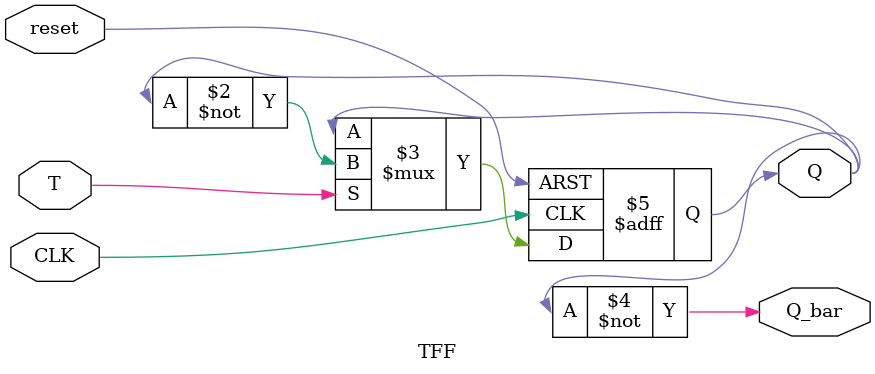
<source format=v>
module TFF(
    input CLK,
    input T,
    input reset,
    output Q,
    output Q_bar
);
    
    reg Q, Q_next;
    
    always @(posedge CLK or posedge reset) begin
        if (reset) begin
            Q <= 1'b0;
        end else begin
            Q <= T ? ~Q : Q;
        end
    end
    
    assign Q_bar = ~Q;
    
endmodule

</source>
